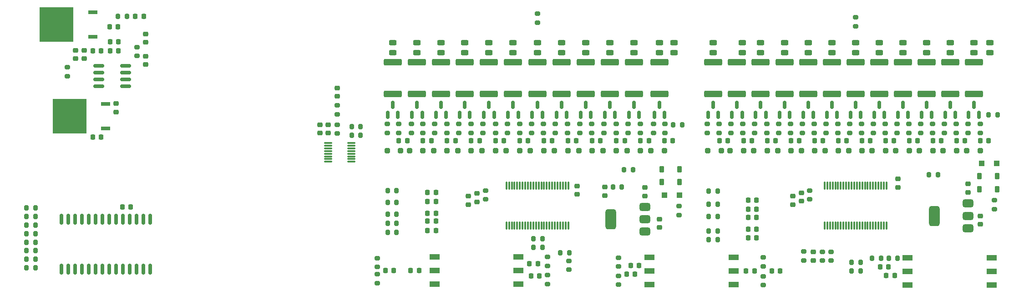
<source format=gbr>
%TF.GenerationSoftware,KiCad,Pcbnew,9.0.4*%
%TF.CreationDate,2025-10-02T14:04:06+09:00*%
%TF.ProjectId,LTC6811_ESP32_Master_V5P3,4c544336-3831-4315-9f45-535033325f4d,rev?*%
%TF.SameCoordinates,Original*%
%TF.FileFunction,Paste,Top*%
%TF.FilePolarity,Positive*%
%FSLAX46Y46*%
G04 Gerber Fmt 4.6, Leading zero omitted, Abs format (unit mm)*
G04 Created by KiCad (PCBNEW 9.0.4) date 2025-10-02 14:04:06*
%MOMM*%
%LPD*%
G01*
G04 APERTURE LIST*
G04 Aperture macros list*
%AMRoundRect*
0 Rectangle with rounded corners*
0 $1 Rounding radius*
0 $2 $3 $4 $5 $6 $7 $8 $9 X,Y pos of 4 corners*
0 Add a 4 corners polygon primitive as box body*
4,1,4,$2,$3,$4,$5,$6,$7,$8,$9,$2,$3,0*
0 Add four circle primitives for the rounded corners*
1,1,$1+$1,$2,$3*
1,1,$1+$1,$4,$5*
1,1,$1+$1,$6,$7*
1,1,$1+$1,$8,$9*
0 Add four rect primitives between the rounded corners*
20,1,$1+$1,$2,$3,$4,$5,0*
20,1,$1+$1,$4,$5,$6,$7,0*
20,1,$1+$1,$6,$7,$8,$9,0*
20,1,$1+$1,$8,$9,$2,$3,0*%
G04 Aperture macros list end*
%ADD10RoundRect,0.225000X0.225000X0.375000X-0.225000X0.375000X-0.225000X-0.375000X0.225000X-0.375000X0*%
%ADD11RoundRect,0.200000X-0.200000X-0.275000X0.200000X-0.275000X0.200000X0.275000X-0.200000X0.275000X0*%
%ADD12RoundRect,0.218750X0.256250X-0.218750X0.256250X0.218750X-0.256250X0.218750X-0.256250X-0.218750X0*%
%ADD13RoundRect,0.200000X0.275000X-0.200000X0.275000X0.200000X-0.275000X0.200000X-0.275000X-0.200000X0*%
%ADD14RoundRect,0.200000X-0.275000X0.200000X-0.275000X-0.200000X0.275000X-0.200000X0.275000X0.200000X0*%
%ADD15RoundRect,0.200000X0.200000X0.275000X-0.200000X0.275000X-0.200000X-0.275000X0.200000X-0.275000X0*%
%ADD16RoundRect,0.225000X0.225000X0.250000X-0.225000X0.250000X-0.225000X-0.250000X0.225000X-0.250000X0*%
%ADD17RoundRect,0.225000X-0.225000X-0.250000X0.225000X-0.250000X0.225000X0.250000X-0.225000X0.250000X0*%
%ADD18RoundRect,0.250000X0.250000X0.250000X-0.250000X0.250000X-0.250000X-0.250000X0.250000X-0.250000X0*%
%ADD19RoundRect,0.243750X-0.456250X0.243750X-0.456250X-0.243750X0.456250X-0.243750X0.456250X0.243750X0*%
%ADD20RoundRect,0.225000X0.250000X-0.225000X0.250000X0.225000X-0.250000X0.225000X-0.250000X-0.225000X0*%
%ADD21RoundRect,0.250000X-1.425000X0.362500X-1.425000X-0.362500X1.425000X-0.362500X1.425000X0.362500X0*%
%ADD22R,1.701800X0.711200*%
%ADD23R,6.223000X6.553200*%
%ADD24RoundRect,0.225000X-0.250000X0.225000X-0.250000X-0.225000X0.250000X-0.225000X0.250000X0.225000X0*%
%ADD25R,1.950000X1.020000*%
%ADD26RoundRect,0.250000X0.300000X0.300000X-0.300000X0.300000X-0.300000X-0.300000X0.300000X-0.300000X0*%
%ADD27RoundRect,0.150000X0.150000X-0.587500X0.150000X0.587500X-0.150000X0.587500X-0.150000X-0.587500X0*%
%ADD28RoundRect,0.075000X-0.075000X0.662500X-0.075000X-0.662500X0.075000X-0.662500X0.075000X0.662500X0*%
%ADD29RoundRect,0.150000X0.150000X-0.875000X0.150000X0.875000X-0.150000X0.875000X-0.150000X-0.875000X0*%
%ADD30RoundRect,0.218750X0.218750X0.256250X-0.218750X0.256250X-0.218750X-0.256250X0.218750X-0.256250X0*%
%ADD31RoundRect,0.218750X-0.256250X0.218750X-0.256250X-0.218750X0.256250X-0.218750X0.256250X0.218750X0*%
%ADD32RoundRect,0.375000X0.625000X0.375000X-0.625000X0.375000X-0.625000X-0.375000X0.625000X-0.375000X0*%
%ADD33RoundRect,0.500000X0.500000X1.400000X-0.500000X1.400000X-0.500000X-1.400000X0.500000X-1.400000X0*%
%ADD34RoundRect,0.150000X0.825000X0.150000X-0.825000X0.150000X-0.825000X-0.150000X0.825000X-0.150000X0*%
%ADD35RoundRect,0.075000X-0.650000X-0.075000X0.650000X-0.075000X0.650000X0.075000X-0.650000X0.075000X0*%
G04 APERTURE END LIST*
D10*
%TO.C,D7*%
X131050000Y21100000D03*
X127750000Y21100000D03*
%TD*%
%TO.C,D6*%
X131050000Y23500000D03*
X127750000Y23500000D03*
%TD*%
%TO.C,D22*%
X190150000Y19800000D03*
X186850000Y19800000D03*
%TD*%
%TO.C,D23*%
X190150000Y22200000D03*
X186850000Y22200000D03*
%TD*%
D11*
%TO.C,R144*%
X11225000Y11500000D03*
X9575000Y11500000D03*
%TD*%
%TO.C,R102*%
X11225000Y5100000D03*
X9575000Y5100000D03*
%TD*%
%TO.C,R148*%
X11225000Y13100000D03*
X9575000Y13100000D03*
%TD*%
%TO.C,R103*%
X11225000Y6700000D03*
X9575000Y6700000D03*
%TD*%
%TO.C,R105*%
X11225000Y9900000D03*
X9575000Y9900000D03*
%TD*%
%TO.C,R104*%
X11225000Y8300000D03*
X9575000Y8300000D03*
%TD*%
D12*
%TO.C,D25*%
X155900000Y6512500D03*
X155900000Y8087500D03*
%TD*%
D13*
%TO.C,R138*%
X140600000Y30275000D03*
X140600000Y31925000D03*
%TD*%
D14*
%TO.C,R91*%
X189600000Y17725000D03*
X189600000Y16075000D03*
%TD*%
D15*
%TO.C,R4*%
X78425000Y13400000D03*
X76775000Y13400000D03*
%TD*%
D16*
%TO.C,C9*%
X145380000Y16000000D03*
X143830000Y16000000D03*
%TD*%
D17*
%TO.C,C84*%
X156200000Y28800000D03*
X157750000Y28800000D03*
%TD*%
D14*
%TO.C,R2*%
X119700000Y7000000D03*
X119700000Y5350000D03*
%TD*%
D18*
%TO.C,D14*%
X110300000Y27000000D03*
X107800000Y27000000D03*
%TD*%
D19*
%TO.C,F5*%
X113600000Y47137500D03*
X113600000Y45262500D03*
%TD*%
D20*
%TO.C,C34*%
X26200000Y34200000D03*
X26200000Y35750000D03*
%TD*%
D19*
%TO.C,F19*%
X168200000Y47137500D03*
X168200000Y45262500D03*
%TD*%
D17*
%TO.C,C62*%
X78825000Y28800000D03*
X80375000Y28800000D03*
%TD*%
%TO.C,C35*%
X25050000Y50100000D03*
X26600000Y50100000D03*
%TD*%
D11*
%TO.C,R48*%
X118675000Y20200000D03*
X120325000Y20200000D03*
%TD*%
D21*
%TO.C,R121*%
X163800000Y43462500D03*
X163800000Y37537500D03*
%TD*%
%TO.C,R88*%
X77725000Y43462500D03*
X77725000Y37537500D03*
%TD*%
D22*
%TO.C,U4*%
X21908500Y48199999D03*
D23*
X15152100Y50500000D03*
D22*
X21908500Y52800001D03*
%TD*%
D16*
%TO.C,C5*%
X85729962Y19187500D03*
X84179962Y19187500D03*
%TD*%
D14*
%TO.C,R49*%
X146600000Y7050000D03*
X146600000Y5400000D03*
%TD*%
D13*
%TO.C,R123*%
X162700000Y30275000D03*
X162700000Y31925000D03*
%TD*%
D21*
%TO.C,R112*%
X177000000Y43462500D03*
X177000000Y37537500D03*
%TD*%
D17*
%TO.C,C68*%
X27425000Y16500000D03*
X28975000Y16500000D03*
%TD*%
D24*
%TO.C,C37*%
X112000000Y20400000D03*
X112000000Y18850000D03*
%TD*%
D18*
%TO.C,D37*%
X138800000Y27000000D03*
X136300000Y27000000D03*
%TD*%
D13*
%TO.C,R90*%
X76675000Y30275000D03*
X76675000Y31925000D03*
%TD*%
D18*
%TO.C,D11*%
X123800000Y27000000D03*
X121300000Y27000000D03*
%TD*%
D13*
%TO.C,R63*%
X117000000Y30275000D03*
X117000000Y31925000D03*
%TD*%
D17*
%TO.C,C61*%
X83325000Y28800000D03*
X84875000Y28800000D03*
%TD*%
D21*
%TO.C,R133*%
X146150000Y43462500D03*
X146150000Y37537500D03*
%TD*%
D13*
%TO.C,R117*%
X171500000Y30275000D03*
X171500000Y31925000D03*
%TD*%
D14*
%TO.C,TH1*%
X104600000Y52525000D03*
X104600000Y50875000D03*
%TD*%
D16*
%TO.C,C10*%
X145375000Y17700000D03*
X143825000Y17700000D03*
%TD*%
%TO.C,C7*%
X145375000Y12300000D03*
X143825000Y12300000D03*
%TD*%
D25*
%TO.C,TR3*%
X141120000Y1960000D03*
X141120000Y4500000D03*
X141120000Y7040000D03*
X125480000Y7040000D03*
X125480000Y4500000D03*
X125480000Y1960000D03*
%TD*%
D13*
%TO.C,R72*%
X103500000Y30275000D03*
X103500000Y31925000D03*
%TD*%
D26*
%TO.C,D8*%
X131075000Y18700000D03*
X128275000Y18700000D03*
%TD*%
D27*
%TO.C,Q24*%
X145200000Y33662500D03*
X147100000Y33662500D03*
X146150000Y35537500D03*
%TD*%
D15*
%TO.C,R98*%
X164725000Y4500000D03*
X163075000Y4500000D03*
%TD*%
D17*
%TO.C,C24*%
X121225000Y3900000D03*
X122775000Y3900000D03*
%TD*%
%TO.C,C29*%
X81025000Y4600000D03*
X82575000Y4600000D03*
%TD*%
D21*
%TO.C,R118*%
X168200000Y43462500D03*
X168200000Y37537500D03*
%TD*%
D27*
%TO.C,Q8*%
X99150000Y33662500D03*
X101050000Y33662500D03*
X100100000Y35537500D03*
%TD*%
D13*
%TO.C,R45*%
X95000000Y17875000D03*
X95000000Y19525000D03*
%TD*%
D16*
%TO.C,C2*%
X85729962Y13800000D03*
X84179962Y13800000D03*
%TD*%
D18*
%TO.C,D36*%
X142950000Y27000000D03*
X140450000Y27000000D03*
%TD*%
D13*
%TO.C,R128*%
X156100000Y30275000D03*
X156100000Y31925000D03*
%TD*%
%TO.C,R69*%
X107900000Y30275000D03*
X107900000Y31925000D03*
%TD*%
D27*
%TO.C,Q3*%
X121650000Y33662500D03*
X123550000Y33662500D03*
X122600000Y35537500D03*
%TD*%
D14*
%TO.C,R40*%
X131000000Y16625000D03*
X131000000Y14975000D03*
%TD*%
D13*
%TO.C,R57*%
X126200000Y30275000D03*
X126200000Y31925000D03*
%TD*%
D15*
%TO.C,R11*%
X138125000Y17000000D03*
X136475000Y17000000D03*
%TD*%
D21*
%TO.C,R64*%
X113600000Y43462500D03*
X113600000Y37537500D03*
%TD*%
D13*
%TO.C,R94*%
X157600000Y6462500D03*
X157600000Y8112500D03*
%TD*%
D14*
%TO.C,R32*%
X106500000Y7125000D03*
X106500000Y5475000D03*
%TD*%
D13*
%TO.C,R89*%
X78825000Y30275000D03*
X78825000Y31925000D03*
%TD*%
D17*
%TO.C,C86*%
X147350000Y28800000D03*
X148900000Y28800000D03*
%TD*%
D11*
%TO.C,R151*%
X9575000Y16300000D03*
X11225000Y16300000D03*
%TD*%
D16*
%TO.C,C50*%
X105000000Y3600000D03*
X103450000Y3600000D03*
%TD*%
D24*
%TO.C,C31*%
X64150000Y31775000D03*
X64150000Y30225000D03*
%TD*%
D21*
%TO.C,R67*%
X109100000Y43462500D03*
X109100000Y37537500D03*
%TD*%
D27*
%TO.C,Q5*%
X112650000Y33662500D03*
X114550000Y33662500D03*
X113600000Y35537500D03*
%TD*%
D19*
%TO.C,F23*%
X150600000Y47137500D03*
X150600000Y45262500D03*
%TD*%
D17*
%TO.C,C70*%
X148225000Y4500000D03*
X149775000Y4500000D03*
%TD*%
D27*
%TO.C,Q11*%
X85750000Y33662500D03*
X87650000Y33662500D03*
X86700000Y35537500D03*
%TD*%
D15*
%TO.C,R10*%
X138125000Y14700000D03*
X136475000Y14700000D03*
%TD*%
D17*
%TO.C,C69*%
X103125000Y5900000D03*
X104675000Y5900000D03*
%TD*%
D27*
%TO.C,Q25*%
X140800000Y33662500D03*
X142700000Y33662500D03*
X141750000Y35537500D03*
%TD*%
D19*
%TO.C,F15*%
X185800000Y47137500D03*
X185800000Y45262500D03*
%TD*%
D15*
%TO.C,R9*%
X138125000Y12000000D03*
X136475000Y12000000D03*
%TD*%
D17*
%TO.C,C82*%
X165000000Y28800000D03*
X166550000Y28800000D03*
%TD*%
%TO.C,C55*%
X110300000Y28800000D03*
X111850000Y28800000D03*
%TD*%
D15*
%TO.C,R7*%
X78425000Y19500000D03*
X76775000Y19500000D03*
%TD*%
D19*
%TO.C,F2*%
X127300000Y47137500D03*
X127300000Y45262500D03*
%TD*%
D27*
%TO.C,Q19*%
X167250000Y33662500D03*
X169150000Y33662500D03*
X168200000Y35537500D03*
%TD*%
D13*
%TO.C,R74*%
X101300000Y30275000D03*
X101300000Y31925000D03*
%TD*%
D27*
%TO.C,Q2*%
X126350000Y33662500D03*
X128250000Y33662500D03*
X127300000Y35537500D03*
%TD*%
D17*
%TO.C,C56*%
X105800000Y28800000D03*
X107350000Y28800000D03*
%TD*%
D28*
%TO.C,U11*%
X110350000Y20412500D03*
X109850000Y20412500D03*
X109350000Y20412500D03*
X108850000Y20412500D03*
X108350000Y20412500D03*
X107850000Y20412500D03*
X107350000Y20412500D03*
X106850000Y20412500D03*
X106350000Y20412500D03*
X105850000Y20412500D03*
X105350000Y20412500D03*
X104850000Y20412500D03*
X104350000Y20412500D03*
X103850000Y20412500D03*
X103350000Y20412500D03*
X102850000Y20412500D03*
X102350000Y20412500D03*
X101850000Y20412500D03*
X101350000Y20412500D03*
X100850000Y20412500D03*
X100350000Y20412500D03*
X99850000Y20412500D03*
X99350000Y20412500D03*
X98850000Y20412500D03*
X98850000Y12987500D03*
X99350000Y12987500D03*
X99850000Y12987500D03*
X100350000Y12987500D03*
X100850000Y12987500D03*
X101350000Y12987500D03*
X101850000Y12987500D03*
X102350000Y12987500D03*
X102850000Y12987500D03*
X103350000Y12987500D03*
X103850000Y12987500D03*
X104350000Y12987500D03*
X104850000Y12987500D03*
X105350000Y12987500D03*
X105850000Y12987500D03*
X106350000Y12987500D03*
X106850000Y12987500D03*
X107350000Y12987500D03*
X107850000Y12987500D03*
X108350000Y12987500D03*
X108850000Y12987500D03*
X109350000Y12987500D03*
X109850000Y12987500D03*
X110350000Y12987500D03*
%TD*%
D20*
%TO.C,C40*%
X124600000Y18525000D03*
X124600000Y20075000D03*
%TD*%
D17*
%TO.C,C59*%
X92300000Y28800000D03*
X93850000Y28800000D03*
%TD*%
D13*
%TO.C,R110*%
X182500000Y30275000D03*
X182500000Y31925000D03*
%TD*%
D19*
%TO.C,F14*%
X188800000Y47137500D03*
X188800000Y45262500D03*
%TD*%
%TO.C,F8*%
X100100000Y47137500D03*
X100100000Y45262500D03*
%TD*%
%TO.C,F7*%
X104600000Y47137500D03*
X104600000Y45262500D03*
%TD*%
D13*
%TO.C,R99*%
X154200000Y6487500D03*
X154200000Y8137500D03*
%TD*%
D17*
%TO.C,C83*%
X160600000Y28800000D03*
X162150000Y28800000D03*
%TD*%
D18*
%TO.C,D27*%
X182600000Y27000000D03*
X180100000Y27000000D03*
%TD*%
D27*
%TO.C,Q9*%
X94650000Y33662500D03*
X96550000Y33662500D03*
X95600000Y35537500D03*
%TD*%
%TO.C,Q20*%
X162850000Y33662500D03*
X164750000Y33662500D03*
X163800000Y35537500D03*
%TD*%
D18*
%TO.C,D32*%
X160600000Y27000000D03*
X158100000Y27000000D03*
%TD*%
D17*
%TO.C,C60*%
X87800000Y28800000D03*
X89350000Y28800000D03*
%TD*%
D21*
%TO.C,R136*%
X141750000Y43462500D03*
X141750000Y37537500D03*
%TD*%
D18*
%TO.C,D26*%
X187000000Y27000000D03*
X184500000Y27000000D03*
%TD*%
D11*
%TO.C,R154*%
X169975000Y6900000D03*
X171625000Y6900000D03*
%TD*%
D13*
%TO.C,R83*%
X87800000Y30275000D03*
X87800000Y31925000D03*
%TD*%
D20*
%TO.C,C65*%
X153700000Y17525000D03*
X153700000Y19075000D03*
%TD*%
D27*
%TO.C,Q12*%
X81275000Y33662500D03*
X83175000Y33662500D03*
X82225000Y35537500D03*
%TD*%
D18*
%TO.C,D13*%
X114800000Y27000000D03*
X112300000Y27000000D03*
%TD*%
D15*
%TO.C,R44*%
X105525000Y10500000D03*
X103875000Y10500000D03*
%TD*%
D17*
%TO.C,C88*%
X138500000Y28800000D03*
X140050000Y28800000D03*
%TD*%
D20*
%TO.C,C42*%
X184700000Y19200000D03*
X184700000Y20750000D03*
%TD*%
D18*
%TO.C,D15*%
X105800000Y27000000D03*
X103300000Y27000000D03*
%TD*%
D17*
%TO.C,C57*%
X101300000Y28800000D03*
X102850000Y28800000D03*
%TD*%
D13*
%TO.C,R122*%
X164900000Y30275000D03*
X164900000Y31925000D03*
%TD*%
D21*
%TO.C,R109*%
X181400000Y43462500D03*
X181400000Y37537500D03*
%TD*%
D15*
%TO.C,FB1*%
X131525000Y31800000D03*
X129875000Y31800000D03*
%TD*%
D14*
%TO.C,R153*%
X17200000Y42525000D03*
X17200000Y40875000D03*
%TD*%
D15*
%TO.C,R92*%
X179125000Y22500000D03*
X177475000Y22500000D03*
%TD*%
D13*
%TO.C,R80*%
X92300000Y30275000D03*
X92300000Y31925000D03*
%TD*%
%TO.C,R56*%
X128300000Y30275000D03*
X128300000Y31925000D03*
%TD*%
D21*
%TO.C,R58*%
X122600000Y43462500D03*
X122600000Y37537500D03*
%TD*%
D17*
%TO.C,C52*%
X123800000Y28800000D03*
X125350000Y28800000D03*
%TD*%
D13*
%TO.C,R132*%
X149500000Y30275000D03*
X149500000Y31925000D03*
%TD*%
D20*
%TO.C,C39*%
X93400000Y17425000D03*
X93400000Y18975000D03*
%TD*%
D13*
%TO.C,R137*%
X142800000Y30275000D03*
X142800000Y31925000D03*
%TD*%
D17*
%TO.C,C33*%
X21925000Y45600000D03*
X23475000Y45600000D03*
%TD*%
D29*
%TO.C,U1*%
X16045000Y4900000D03*
X17315000Y4900000D03*
X18585000Y4900000D03*
X19855000Y4900000D03*
X21125000Y4900000D03*
X22395000Y4900000D03*
X23665000Y4900000D03*
X24935000Y4900000D03*
X26205000Y4900000D03*
X27475000Y4900000D03*
X28745000Y4900000D03*
X30015000Y4900000D03*
X31285000Y4900000D03*
X32555000Y4900000D03*
X32555000Y14200000D03*
X31285000Y14200000D03*
X30015000Y14200000D03*
X28745000Y14200000D03*
X27475000Y14200000D03*
X26205000Y14200000D03*
X24935000Y14200000D03*
X23665000Y14200000D03*
X22395000Y14200000D03*
X21125000Y14200000D03*
X19855000Y14200000D03*
X18585000Y14200000D03*
X17315000Y14200000D03*
X16045000Y14200000D03*
%TD*%
D24*
%TO.C,C41*%
X127350000Y14200000D03*
X127350000Y12650000D03*
%TD*%
D17*
%TO.C,C51*%
X128250000Y28800000D03*
X129800000Y28800000D03*
%TD*%
D13*
%TO.C,R126*%
X158300000Y30275000D03*
X158300000Y31925000D03*
%TD*%
D19*
%TO.C,F21*%
X159400000Y47137500D03*
X159400000Y45262500D03*
%TD*%
D11*
%TO.C,R47*%
X163075000Y6100000D03*
X164725000Y6100000D03*
%TD*%
D27*
%TO.C,Q17*%
X176050000Y33662500D03*
X177950000Y33662500D03*
X177000000Y35537500D03*
%TD*%
D17*
%TO.C,C80*%
X173800000Y28800000D03*
X175350000Y28800000D03*
%TD*%
D14*
%TO.C,R36*%
X74800000Y3900000D03*
X74800000Y2250000D03*
%TD*%
D19*
%TO.C,F6*%
X109100000Y47137500D03*
X109100000Y45262500D03*
%TD*%
D13*
%TO.C,R65*%
X114700000Y30275000D03*
X114700000Y31925000D03*
%TD*%
D27*
%TO.C,Q18*%
X171650000Y33662500D03*
X173550000Y33662500D03*
X172600000Y35537500D03*
%TD*%
D13*
%TO.C,R59*%
X123800000Y30275000D03*
X123800000Y31925000D03*
%TD*%
D11*
%TO.C,R155*%
X166875000Y6900000D03*
X168525000Y6900000D03*
%TD*%
%TO.C,R42*%
X108875000Y7900000D03*
X110525000Y7900000D03*
%TD*%
D19*
%TO.C,F25*%
X142700000Y47137500D03*
X142700000Y45262500D03*
%TD*%
%TO.C,F1*%
X130000000Y47137500D03*
X130000000Y45262500D03*
%TD*%
D16*
%TO.C,C26*%
X123525000Y5500000D03*
X121975000Y5500000D03*
%TD*%
D27*
%TO.C,Q26*%
X136350000Y33662500D03*
X138250000Y33662500D03*
X137300000Y35537500D03*
%TD*%
D15*
%TO.C,R27*%
X28250000Y52000000D03*
X26600000Y52000000D03*
%TD*%
D24*
%TO.C,C67*%
X187000000Y14800000D03*
X187000000Y13250000D03*
%TD*%
D17*
%TO.C,C85*%
X151800000Y28800000D03*
X153350000Y28800000D03*
%TD*%
%TO.C,C20*%
X21900000Y29500000D03*
X23450000Y29500000D03*
%TD*%
D21*
%TO.C,R82*%
X86700000Y43462500D03*
X86700000Y37537500D03*
%TD*%
D13*
%TO.C,R87*%
X81200000Y30275000D03*
X81200000Y31925000D03*
%TD*%
D30*
%TO.C,D1*%
X31387500Y52000000D03*
X29812500Y52000000D03*
%TD*%
D13*
%TO.C,R131*%
X151700000Y30275000D03*
X151700000Y31925000D03*
%TD*%
%TO.C,R66*%
X112500000Y30275000D03*
X112500000Y31925000D03*
%TD*%
%TO.C,R129*%
X153900000Y30275000D03*
X153900000Y31925000D03*
%TD*%
D27*
%TO.C,Q7*%
X103650000Y33662500D03*
X105550000Y33662500D03*
X104600000Y35537500D03*
%TD*%
D13*
%TO.C,R140*%
X138400000Y30275000D03*
X138400000Y31925000D03*
%TD*%
D20*
%TO.C,C32*%
X65700000Y30225000D03*
X65700000Y31775000D03*
%TD*%
D18*
%TO.C,D29*%
X173800000Y27000000D03*
X171300000Y27000000D03*
%TD*%
D27*
%TO.C,Q4*%
X117150000Y33662500D03*
X119050000Y33662500D03*
X118100000Y35537500D03*
%TD*%
D14*
%TO.C,R46*%
X146600000Y3550000D03*
X146600000Y1900000D03*
%TD*%
D27*
%TO.C,Q23*%
X149650000Y33662500D03*
X151550000Y33662500D03*
X150600000Y35537500D03*
%TD*%
D16*
%TO.C,C8*%
X145375000Y14500000D03*
X143825000Y14500000D03*
%TD*%
D27*
%TO.C,Q10*%
X90150000Y33662500D03*
X92050000Y33662500D03*
X91100000Y35537500D03*
%TD*%
D16*
%TO.C,C74*%
X171075000Y3700000D03*
X169525000Y3700000D03*
%TD*%
D19*
%TO.C,F9*%
X95600000Y47137500D03*
X95600000Y45262500D03*
%TD*%
D13*
%TO.C,R134*%
X147300000Y30275000D03*
X147300000Y31925000D03*
%TD*%
D22*
%TO.C,U3*%
X24308500Y31099999D03*
D23*
X17552100Y33400000D03*
D22*
X24308500Y35700001D03*
%TD*%
D16*
%TO.C,C6*%
X145375000Y10700000D03*
X143825000Y10700000D03*
%TD*%
D21*
%TO.C,R73*%
X100100000Y43462500D03*
X100100000Y37537500D03*
%TD*%
%TO.C,R124*%
X159400000Y43462500D03*
X159400000Y37537500D03*
%TD*%
D16*
%TO.C,C21*%
X26675000Y45600000D03*
X25125000Y45600000D03*
%TD*%
D18*
%TO.C,D30*%
X169400000Y27000000D03*
X166900000Y27000000D03*
%TD*%
D31*
%TO.C,D9*%
X117200000Y20187500D03*
X117200000Y18612500D03*
%TD*%
D14*
%TO.C,R37*%
X74800000Y6900000D03*
X74800000Y5250000D03*
%TD*%
D13*
%TO.C,R96*%
X155300000Y17875000D03*
X155300000Y19525000D03*
%TD*%
%TO.C,R95*%
X159200000Y6462500D03*
X159200000Y8112500D03*
%TD*%
D14*
%TO.C,R39*%
X67400000Y31825000D03*
X67400000Y30175000D03*
%TD*%
D19*
%TO.C,F16*%
X181400000Y47137500D03*
X181400000Y45262500D03*
%TD*%
D13*
%TO.C,R81*%
X90000000Y30275000D03*
X90000000Y31925000D03*
%TD*%
D32*
%TO.C,Q1*%
X124600000Y11900000D03*
X124600000Y14200000D03*
X124600000Y16500000D03*
D33*
X118300000Y14200000D03*
%TD*%
D15*
%TO.C,R6*%
X78425000Y17300000D03*
X76775000Y17300000D03*
%TD*%
D31*
%TO.C,D4*%
X67400000Y38675000D03*
X67400000Y37100000D03*
%TD*%
D13*
%TO.C,R114*%
X175900000Y30275000D03*
X175900000Y31925000D03*
%TD*%
%TO.C,R113*%
X178100000Y30275000D03*
X178100000Y31925000D03*
%TD*%
D24*
%TO.C,C63*%
X171700000Y21675000D03*
X171700000Y20125000D03*
%TD*%
D11*
%TO.C,R35*%
X70075000Y31437500D03*
X71725000Y31437500D03*
%TD*%
D13*
%TO.C,R60*%
X121500000Y30275000D03*
X121500000Y31925000D03*
%TD*%
D14*
%TO.C,TH6*%
X163800000Y51825000D03*
X163800000Y50175000D03*
%TD*%
D16*
%TO.C,C30*%
X77875000Y4600000D03*
X76325000Y4600000D03*
%TD*%
D19*
%TO.C,F12*%
X82225000Y47137500D03*
X82225000Y45262500D03*
%TD*%
D18*
%TO.C,D19*%
X87800000Y27000000D03*
X85300000Y27000000D03*
%TD*%
D25*
%TO.C,TR7*%
X189120000Y1860000D03*
X189120000Y4400000D03*
X189120000Y6940000D03*
X173480000Y6940000D03*
X173480000Y4400000D03*
X173480000Y1860000D03*
%TD*%
D21*
%TO.C,R61*%
X118100000Y43462500D03*
X118100000Y37537500D03*
%TD*%
D24*
%TO.C,C27*%
X31700000Y48750000D03*
X31700000Y47200000D03*
%TD*%
D14*
%TO.C,R97*%
X110500000Y6425000D03*
X110500000Y4775000D03*
%TD*%
D17*
%TO.C,C53*%
X119300000Y28800000D03*
X120850000Y28800000D03*
%TD*%
D18*
%TO.C,D17*%
X96800000Y27000000D03*
X94300000Y27000000D03*
%TD*%
D13*
%TO.C,R75*%
X99000000Y30275000D03*
X99000000Y31925000D03*
%TD*%
D19*
%TO.C,F4*%
X118100000Y47137500D03*
X118100000Y45262500D03*
%TD*%
D18*
%TO.C,D16*%
X101300000Y27000000D03*
X98800000Y27000000D03*
%TD*%
D13*
%TO.C,R135*%
X145050000Y30275000D03*
X145050000Y31925000D03*
%TD*%
D26*
%TO.C,D24*%
X190050000Y24600000D03*
X187250000Y24600000D03*
%TD*%
D13*
%TO.C,R78*%
X94500000Y30275000D03*
X94500000Y31925000D03*
%TD*%
D14*
%TO.C,R29*%
X106500000Y3725000D03*
X106500000Y2075000D03*
%TD*%
D19*
%TO.C,F22*%
X155000000Y47137500D03*
X155000000Y45262500D03*
%TD*%
%TO.C,F3*%
X122600000Y47137500D03*
X122600000Y45262500D03*
%TD*%
D13*
%TO.C,R77*%
X96800000Y30275000D03*
X96800000Y31925000D03*
%TD*%
%TO.C,R62*%
X119300000Y30275000D03*
X119300000Y31925000D03*
%TD*%
D28*
%TO.C,U12*%
X169550000Y20412500D03*
X169050000Y20412500D03*
X168550000Y20412500D03*
X168050000Y20412500D03*
X167550000Y20412500D03*
X167050000Y20412500D03*
X166550000Y20412500D03*
X166050000Y20412500D03*
X165550000Y20412500D03*
X165050000Y20412500D03*
X164550000Y20412500D03*
X164050000Y20412500D03*
X163550000Y20412500D03*
X163050000Y20412500D03*
X162550000Y20412500D03*
X162050000Y20412500D03*
X161550000Y20412500D03*
X161050000Y20412500D03*
X160550000Y20412500D03*
X160050000Y20412500D03*
X159550000Y20412500D03*
X159050000Y20412500D03*
X158550000Y20412500D03*
X158050000Y20412500D03*
X158050000Y12987500D03*
X158550000Y12987500D03*
X159050000Y12987500D03*
X159550000Y12987500D03*
X160050000Y12987500D03*
X160550000Y12987500D03*
X161050000Y12987500D03*
X161550000Y12987500D03*
X162050000Y12987500D03*
X162550000Y12987500D03*
X163050000Y12987500D03*
X163550000Y12987500D03*
X164050000Y12987500D03*
X164550000Y12987500D03*
X165050000Y12987500D03*
X165550000Y12987500D03*
X166050000Y12987500D03*
X166550000Y12987500D03*
X167050000Y12987500D03*
X167550000Y12987500D03*
X168050000Y12987500D03*
X168550000Y12987500D03*
X169050000Y12987500D03*
X169550000Y12987500D03*
%TD*%
D27*
%TO.C,Q13*%
X76775000Y33662500D03*
X78675000Y33662500D03*
X77725000Y35537500D03*
%TD*%
D14*
%TO.C,R1*%
X119700000Y3625000D03*
X119700000Y1975000D03*
%TD*%
D27*
%TO.C,Q22*%
X154050000Y33662500D03*
X155950000Y33662500D03*
X155000000Y35537500D03*
%TD*%
D13*
%TO.C,R107*%
X187000000Y30275000D03*
X187000000Y31925000D03*
%TD*%
%TO.C,R84*%
X85500000Y30275000D03*
X85500000Y31925000D03*
%TD*%
D18*
%TO.C,D33*%
X156200000Y27000000D03*
X153700000Y27000000D03*
%TD*%
D13*
%TO.C,R108*%
X184700000Y30275000D03*
X184700000Y31925000D03*
%TD*%
D20*
%TO.C,C64*%
X152100000Y16925000D03*
X152100000Y18475000D03*
%TD*%
%TO.C,C48*%
X20300000Y44125000D03*
X20300000Y45675000D03*
%TD*%
D21*
%TO.C,R130*%
X150600000Y43462500D03*
X150600000Y37537500D03*
%TD*%
D19*
%TO.C,F11*%
X86700000Y47137500D03*
X86700000Y45262500D03*
%TD*%
D17*
%TO.C,C45*%
X143425000Y4500000D03*
X144975000Y4500000D03*
%TD*%
D21*
%TO.C,R115*%
X172600000Y43462500D03*
X172600000Y37537500D03*
%TD*%
D16*
%TO.C,C3*%
X85729962Y15300000D03*
X84179962Y15300000D03*
%TD*%
D18*
%TO.C,D18*%
X92300000Y27000000D03*
X89800000Y27000000D03*
%TD*%
D14*
%TO.C,R33*%
X67400000Y35412500D03*
X67400000Y33762500D03*
%TD*%
D13*
%TO.C,R141*%
X136200000Y30275000D03*
X136200000Y31925000D03*
%TD*%
D15*
%TO.C,R41*%
X122400000Y23400000D03*
X120750000Y23400000D03*
%TD*%
D27*
%TO.C,Q15*%
X184850000Y33662500D03*
X186750000Y33662500D03*
X185800000Y35537500D03*
%TD*%
D19*
%TO.C,F13*%
X77725000Y47137500D03*
X77725000Y45262500D03*
%TD*%
D15*
%TO.C,FB2*%
X190200000Y33650000D03*
X188550000Y33650000D03*
%TD*%
D21*
%TO.C,R139*%
X137300000Y43462500D03*
X137300000Y37537500D03*
%TD*%
D18*
%TO.C,D10*%
X128225000Y27000000D03*
X125725000Y27000000D03*
%TD*%
D19*
%TO.C,F26*%
X137300000Y47137500D03*
X137300000Y45262500D03*
%TD*%
D17*
%TO.C,C58*%
X96800000Y28800000D03*
X98350000Y28800000D03*
%TD*%
D34*
%TO.C,U2*%
X27975000Y38995000D03*
X27975000Y40265000D03*
X27975000Y41535000D03*
X27975000Y42805000D03*
X23025000Y42805000D03*
X23025000Y41535000D03*
X23025000Y40265000D03*
X23025000Y38995000D03*
%TD*%
D35*
%TO.C,U9*%
X65725000Y28400000D03*
X65725000Y27900000D03*
X65725000Y27400000D03*
X65725000Y26900000D03*
X65725000Y26400000D03*
X65725000Y25900000D03*
X65725000Y25400000D03*
X65725000Y24900000D03*
X70025000Y24900000D03*
X70025000Y25400000D03*
X70025000Y25900000D03*
X70025000Y26400000D03*
X70025000Y26900000D03*
X70025000Y27400000D03*
X70025000Y27900000D03*
X70025000Y28400000D03*
%TD*%
D21*
%TO.C,R55*%
X127300000Y43462500D03*
X127300000Y37537500D03*
%TD*%
%TO.C,R70*%
X104600000Y43462500D03*
X104600000Y37537500D03*
%TD*%
D18*
%TO.C,D20*%
X83325000Y27000000D03*
X80825000Y27000000D03*
%TD*%
D13*
%TO.C,R68*%
X110200000Y30275000D03*
X110200000Y31925000D03*
%TD*%
D27*
%TO.C,Q16*%
X180450000Y33662500D03*
X182350000Y33662500D03*
X181400000Y35537500D03*
%TD*%
D11*
%TO.C,R149*%
X9575000Y14700000D03*
X11225000Y14700000D03*
%TD*%
D13*
%TO.C,R125*%
X160500000Y30275000D03*
X160500000Y31925000D03*
%TD*%
D19*
%TO.C,F20*%
X163800000Y47137500D03*
X163800000Y45262500D03*
%TD*%
D17*
%TO.C,C73*%
X168400000Y5300000D03*
X169950000Y5300000D03*
%TD*%
D15*
%TO.C,R5*%
X78425000Y15100000D03*
X76775000Y15100000D03*
%TD*%
D17*
%TO.C,C54*%
X114800000Y28800000D03*
X116350000Y28800000D03*
%TD*%
%TO.C,C77*%
X187000000Y28800000D03*
X188550000Y28800000D03*
%TD*%
D21*
%TO.C,R85*%
X82225000Y43462500D03*
X82225000Y37537500D03*
%TD*%
D18*
%TO.C,D34*%
X151800000Y27000000D03*
X149300000Y27000000D03*
%TD*%
D13*
%TO.C,R111*%
X180300000Y30275000D03*
X180300000Y31925000D03*
%TD*%
D18*
%TO.C,D21*%
X79150000Y27000000D03*
X76650000Y27000000D03*
%TD*%
D32*
%TO.C,Q14*%
X184750000Y12500000D03*
X184750000Y14800000D03*
X184750000Y17100000D03*
D33*
X178450000Y14800000D03*
%TD*%
D21*
%TO.C,R106*%
X185800000Y43462500D03*
X185800000Y37537500D03*
%TD*%
D17*
%TO.C,C87*%
X142950000Y28800000D03*
X144500000Y28800000D03*
%TD*%
D19*
%TO.C,F24*%
X146150000Y47137500D03*
X146150000Y45262500D03*
%TD*%
D11*
%TO.C,R3*%
X76775000Y11700000D03*
X78425000Y11700000D03*
%TD*%
%TO.C,R8*%
X136475000Y10400000D03*
X138125000Y10400000D03*
%TD*%
D13*
%TO.C,R119*%
X169300000Y30275000D03*
X169300000Y31925000D03*
%TD*%
D15*
%TO.C,R38*%
X71725000Y29850000D03*
X70075000Y29850000D03*
%TD*%
D18*
%TO.C,D31*%
X165000000Y27000000D03*
X162500000Y27000000D03*
%TD*%
%TO.C,D12*%
X119300000Y27000000D03*
X116800000Y27000000D03*
%TD*%
D15*
%TO.C,R43*%
X105525000Y8900000D03*
X103875000Y8900000D03*
%TD*%
D16*
%TO.C,C1*%
X85729962Y12100000D03*
X84179962Y12100000D03*
%TD*%
D13*
%TO.C,R116*%
X173700000Y30275000D03*
X173700000Y31925000D03*
%TD*%
%TO.C,R120*%
X167100000Y30275000D03*
X167100000Y31925000D03*
%TD*%
D27*
%TO.C,Q6*%
X108150000Y33662500D03*
X110050000Y33662500D03*
X109100000Y35537500D03*
%TD*%
D19*
%TO.C,F17*%
X177000000Y47137500D03*
X177000000Y45262500D03*
%TD*%
D13*
%TO.C,R86*%
X83325000Y30275000D03*
X83325000Y31925000D03*
%TD*%
D14*
%TO.C,R34*%
X30100000Y46300000D03*
X30100000Y44650000D03*
%TD*%
D16*
%TO.C,C47*%
X26650000Y47300000D03*
X25100000Y47300000D03*
%TD*%
D15*
%TO.C,R12*%
X138130000Y19400000D03*
X136480000Y19400000D03*
%TD*%
D27*
%TO.C,Q21*%
X158450000Y33662500D03*
X160350000Y33662500D03*
X159400000Y35537500D03*
%TD*%
D13*
%TO.C,R71*%
X105700000Y30275000D03*
X105700000Y31925000D03*
%TD*%
D20*
%TO.C,C38*%
X91800000Y16925000D03*
X91800000Y18475000D03*
%TD*%
D25*
%TO.C,TR1*%
X101100000Y2060000D03*
X101100000Y4600000D03*
X101100000Y7140000D03*
X85460000Y7140000D03*
X85460000Y4600000D03*
X85460000Y2060000D03*
%TD*%
D21*
%TO.C,R76*%
X95600000Y43462500D03*
X95600000Y37537500D03*
%TD*%
%TO.C,R127*%
X155000000Y43462500D03*
X155000000Y37537500D03*
%TD*%
D18*
%TO.C,D28*%
X178200000Y27000000D03*
X175700000Y27000000D03*
%TD*%
D16*
%TO.C,C4*%
X85729962Y17487500D03*
X84179962Y17487500D03*
%TD*%
D20*
%TO.C,C49*%
X18700000Y44125000D03*
X18700000Y45675000D03*
%TD*%
D21*
%TO.C,R79*%
X91100000Y43462500D03*
X91100000Y37537500D03*
%TD*%
D20*
%TO.C,C28*%
X31700000Y43050000D03*
X31700000Y44600000D03*
%TD*%
D17*
%TO.C,C79*%
X178200000Y28800000D03*
X179750000Y28800000D03*
%TD*%
D19*
%TO.C,F18*%
X172600000Y47137500D03*
X172600000Y45262500D03*
%TD*%
D17*
%TO.C,C78*%
X182600000Y28800000D03*
X184150000Y28800000D03*
%TD*%
%TO.C,C81*%
X169400000Y28800000D03*
X170950000Y28800000D03*
%TD*%
D18*
%TO.C,D35*%
X147350000Y27000000D03*
X144850000Y27000000D03*
%TD*%
D19*
%TO.C,F10*%
X91100000Y47137500D03*
X91100000Y45262500D03*
%TD*%
M02*

</source>
